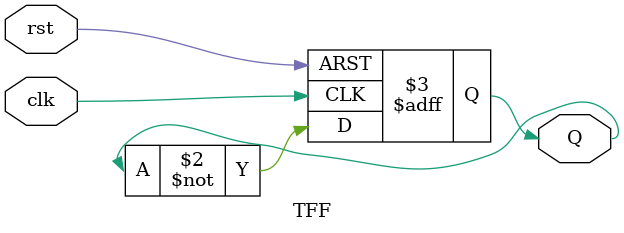
<source format=v>
module TFF(Q, clk, rst);
	input clk, rst;
	output Q;
	reg Q;
	always @(posedge clk or posedge rst)
		if(rst)
			Q <= 0;
		else
			Q <= ~Q;
endmodule
</source>
